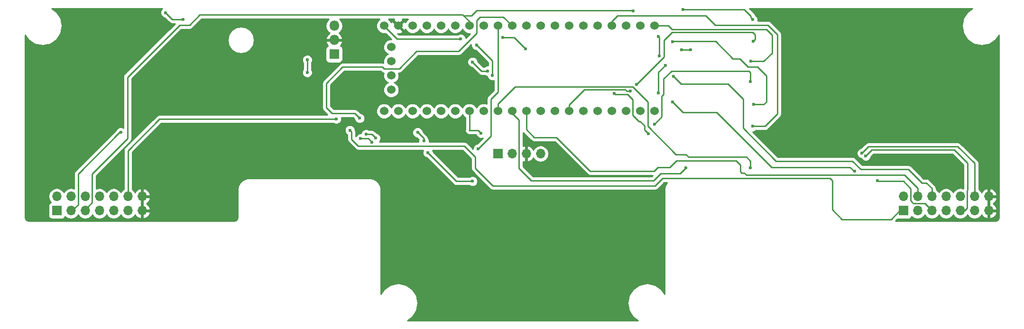
<source format=gbr>
G04 #@! TF.FileFunction,Copper,L2,Bot,Signal*
%FSLAX46Y46*%
G04 Gerber Fmt 4.6, Leading zero omitted, Abs format (unit mm)*
G04 Created by KiCad (PCBNEW 4.0.4-stable) date 12/22/17 17:35:48*
%MOMM*%
%LPD*%
G01*
G04 APERTURE LIST*
%ADD10C,0.100000*%
%ADD11R,1.700000X1.700000*%
%ADD12O,1.700000X1.700000*%
%ADD13C,1.524000*%
%ADD14R,1.800000X1.800000*%
%ADD15O,1.800000X1.800000*%
%ADD16C,0.600000*%
%ADD17C,0.250000*%
%ADD18C,0.254000*%
G04 APERTURE END LIST*
D10*
D11*
X64770000Y-73660000D03*
D12*
X64770000Y-71120000D03*
X67310000Y-73660000D03*
X67310000Y-71120000D03*
X69850000Y-73660000D03*
X69850000Y-71120000D03*
X72390000Y-73660000D03*
X72390000Y-71120000D03*
X74930000Y-73660000D03*
X74930000Y-71120000D03*
X77470000Y-73660000D03*
X77470000Y-71120000D03*
X80010000Y-73660000D03*
X80010000Y-71120000D03*
D11*
X215900000Y-73660000D03*
D12*
X215900000Y-71120000D03*
X218440000Y-73660000D03*
X218440000Y-71120000D03*
X220980000Y-73660000D03*
X220980000Y-71120000D03*
X223520000Y-73660000D03*
X223520000Y-71120000D03*
X226060000Y-73660000D03*
X226060000Y-71120000D03*
X228600000Y-73660000D03*
X228600000Y-71120000D03*
X231140000Y-73660000D03*
X231140000Y-71120000D03*
D11*
X143510000Y-63500000D03*
D12*
X146050000Y-63500000D03*
X148590000Y-63500000D03*
X151130000Y-63500000D03*
D13*
X123190000Y-55880000D03*
X125730000Y-55880000D03*
X128270000Y-55880000D03*
X130810000Y-55880000D03*
X133350000Y-55880000D03*
X135890000Y-55880000D03*
X138430000Y-55880000D03*
X140970000Y-55880000D03*
X143510000Y-55880000D03*
X146050000Y-55880000D03*
X148590000Y-55880000D03*
X151130000Y-55880000D03*
X153670000Y-55880000D03*
X156210000Y-55880000D03*
X158750000Y-55880000D03*
X161290000Y-55880000D03*
X163830000Y-55880000D03*
X166370000Y-55880000D03*
X168910000Y-55880000D03*
X171450000Y-55880000D03*
X123190000Y-40640000D03*
X125730000Y-40640000D03*
X128270000Y-40640000D03*
X130810000Y-40640000D03*
X133350000Y-40640000D03*
X135890000Y-40640000D03*
X138430000Y-40640000D03*
X140970000Y-40640000D03*
X143510000Y-40640000D03*
X146050000Y-40640000D03*
X148590000Y-40640000D03*
X151130000Y-40640000D03*
X153670000Y-40640000D03*
X156210000Y-40640000D03*
X158750000Y-40640000D03*
X161290000Y-40640000D03*
X163830000Y-40640000D03*
X166370000Y-40640000D03*
X168910000Y-40640000D03*
X171450000Y-40640000D03*
X124460000Y-52070000D03*
X124460000Y-49530000D03*
X124460000Y-46990000D03*
X124460000Y-44450000D03*
D14*
X114300000Y-45720000D03*
D15*
X114300000Y-43180000D03*
X114300000Y-40640000D03*
D16*
X117100000Y-59300000D03*
X109500000Y-49000000D03*
X109500000Y-46700000D03*
X87300000Y-39500000D03*
X84200000Y-38300000D03*
X142600000Y-50800000D03*
X136200000Y-50700000D03*
X111600000Y-46900000D03*
X111600000Y-48700000D03*
X189200000Y-54700000D03*
X174700000Y-43500000D03*
X139000000Y-68400000D03*
X131000000Y-63300000D03*
X130300000Y-61200000D03*
X129200000Y-59700000D03*
X76200000Y-59700000D03*
X120000000Y-60000000D03*
X121700000Y-60700000D03*
X211300000Y-68300000D03*
X207200000Y-66600000D03*
X174700000Y-54200000D03*
X172200000Y-52600000D03*
X173400000Y-47700000D03*
X172300000Y-46000000D03*
X172200000Y-42600000D03*
X167700000Y-38000000D03*
X174900000Y-49700000D03*
X141700000Y-48700000D03*
X139000000Y-47100000D03*
X177900000Y-44900000D03*
X176300000Y-44900000D03*
X148500000Y-44800000D03*
X144400000Y-42700000D03*
X119000000Y-60800000D03*
X121000000Y-61400000D03*
X114700000Y-57300000D03*
X209200000Y-63900000D03*
X208500000Y-63400000D03*
X140500000Y-59800000D03*
X136900000Y-43000000D03*
X139700000Y-44100000D03*
X142500000Y-49500000D03*
X140000000Y-62600000D03*
X118840000Y-57150000D03*
X188600000Y-66000000D03*
X177070000Y-66040000D03*
X176600000Y-37700000D03*
X189000000Y-39500000D03*
X189100000Y-43400000D03*
X168300000Y-51100000D03*
X167200000Y-52300000D03*
X188700000Y-47000000D03*
X164300000Y-52700000D03*
X170400000Y-59900000D03*
X171500000Y-58200000D03*
X188600000Y-50600000D03*
X189000000Y-58600000D03*
D17*
X213700000Y-75200000D02*
X215240000Y-73660000D01*
X204900000Y-75200000D02*
X213700000Y-75200000D01*
X203200000Y-73500000D02*
X204900000Y-75200000D01*
X203200000Y-68300000D02*
X203200000Y-73500000D01*
X202800000Y-67900000D02*
X203200000Y-68300000D01*
X172900000Y-67900000D02*
X202800000Y-67900000D01*
X171600000Y-69200000D02*
X172900000Y-67900000D01*
X142600000Y-69200000D02*
X171600000Y-69200000D01*
X139500000Y-66100000D02*
X142600000Y-69200000D01*
X139500000Y-64100000D02*
X139500000Y-66100000D01*
X137500000Y-62100000D02*
X139500000Y-64100000D01*
X118600000Y-62100000D02*
X137500000Y-62100000D01*
X117400000Y-60900000D02*
X118600000Y-62100000D01*
X117400000Y-59600000D02*
X117400000Y-60900000D01*
X117100000Y-59300000D02*
X117400000Y-59600000D01*
X215240000Y-73660000D02*
X215900000Y-73660000D01*
X109500000Y-46700000D02*
X109500000Y-49000000D01*
X85400000Y-39500000D02*
X87300000Y-39500000D01*
X84200000Y-38300000D02*
X85400000Y-39500000D01*
X136300000Y-50800000D02*
X142600000Y-50800000D01*
X136200000Y-50700000D02*
X136300000Y-50800000D01*
X111600000Y-46900000D02*
X111600000Y-48700000D01*
X191000000Y-54700000D02*
X189200000Y-54700000D01*
X191500000Y-54200000D02*
X191000000Y-54700000D01*
X191500000Y-49600000D02*
X191500000Y-54200000D01*
X189900000Y-48000000D02*
X191500000Y-49600000D01*
X188200000Y-48000000D02*
X189900000Y-48000000D01*
X186700000Y-46500000D02*
X188200000Y-48000000D01*
X185500000Y-46500000D02*
X186700000Y-46500000D01*
X182400000Y-43400000D02*
X185500000Y-46500000D01*
X174800000Y-43400000D02*
X182400000Y-43400000D01*
X174700000Y-43500000D02*
X174800000Y-43400000D01*
X136100000Y-68400000D02*
X139000000Y-68400000D01*
X131000000Y-63300000D02*
X136100000Y-68400000D01*
X130300000Y-60800000D02*
X130300000Y-61200000D01*
X129200000Y-59700000D02*
X130300000Y-60800000D01*
X67310000Y-73660000D02*
X67540000Y-73660000D01*
X67540000Y-73660000D02*
X68600000Y-72600000D01*
X68600000Y-72600000D02*
X68600000Y-67100000D01*
X68600000Y-67100000D02*
X76000000Y-59700000D01*
X76000000Y-59700000D02*
X76200000Y-59700000D01*
X120000000Y-60000000D02*
X121000000Y-60000000D01*
X121000000Y-60000000D02*
X121500000Y-60500000D01*
X121500000Y-60500000D02*
X121700000Y-60700000D01*
X137400000Y-38800000D02*
X138800000Y-38800000D01*
X219720000Y-72400000D02*
X220980000Y-73660000D01*
X217700000Y-72400000D02*
X219720000Y-72400000D01*
X217400000Y-72100000D02*
X217700000Y-72400000D01*
X217400000Y-72000000D02*
X217400000Y-72100000D01*
X217200000Y-71800000D02*
X217400000Y-72000000D01*
X217200000Y-69700000D02*
X217200000Y-71800000D01*
X215900000Y-68400000D02*
X217200000Y-69700000D01*
X211400000Y-68400000D02*
X215900000Y-68400000D01*
X211300000Y-68300000D02*
X211400000Y-68400000D01*
X207200000Y-66700000D02*
X207200000Y-66600000D01*
X206400000Y-65900000D02*
X207200000Y-66700000D01*
X192400000Y-65900000D02*
X206400000Y-65900000D01*
X182600000Y-56100000D02*
X192400000Y-65900000D01*
X176600000Y-56100000D02*
X182600000Y-56100000D01*
X174700000Y-54200000D02*
X176600000Y-56100000D01*
X172200000Y-48900000D02*
X172200000Y-52600000D01*
X173400000Y-47700000D02*
X172200000Y-48900000D01*
X172300000Y-42700000D02*
X172300000Y-46000000D01*
X172200000Y-42600000D02*
X172300000Y-42700000D01*
X167600000Y-37900000D02*
X167700000Y-38000000D01*
X139700000Y-37900000D02*
X167600000Y-37900000D01*
X138800000Y-38800000D02*
X139700000Y-37900000D01*
X69850000Y-73660000D02*
X69850000Y-73450000D01*
X69850000Y-73450000D02*
X71100000Y-72200000D01*
X71100000Y-72200000D02*
X71100000Y-67100000D01*
X71100000Y-67100000D02*
X77400000Y-60800000D01*
X77400000Y-60800000D02*
X77400000Y-49800000D01*
X77400000Y-49800000D02*
X86700000Y-40500000D01*
X86700000Y-40500000D02*
X88500000Y-40500000D01*
X88500000Y-40500000D02*
X90300000Y-38700000D01*
X90300000Y-38700000D02*
X137300000Y-38700000D01*
X137300000Y-38700000D02*
X137400000Y-38800000D01*
X137400000Y-38800000D02*
X138430000Y-39830000D01*
X138430000Y-39830000D02*
X138430000Y-40640000D01*
X220980000Y-69680000D02*
X220980000Y-71120000D01*
X220000000Y-68700000D02*
X220980000Y-69680000D01*
X219200000Y-68700000D02*
X220000000Y-68700000D01*
X216800000Y-66300000D02*
X219200000Y-68700000D01*
X208300000Y-66300000D02*
X216800000Y-66300000D01*
X206800000Y-64800000D02*
X208300000Y-66300000D01*
X193200000Y-64800000D02*
X206800000Y-64800000D01*
X187300000Y-58900000D02*
X193200000Y-64800000D01*
X187300000Y-53700000D02*
X187300000Y-58900000D01*
X184600000Y-51000000D02*
X187300000Y-53700000D01*
X176200000Y-51000000D02*
X184600000Y-51000000D01*
X174900000Y-49700000D02*
X176200000Y-51000000D01*
X140600000Y-48700000D02*
X141700000Y-48700000D01*
X139000000Y-47100000D02*
X140600000Y-48700000D01*
X177900000Y-44900000D02*
X176300000Y-44900000D01*
X148500000Y-44800000D02*
X146400000Y-42700000D01*
X146400000Y-42700000D02*
X144400000Y-42700000D01*
X120400000Y-60800000D02*
X119000000Y-60800000D01*
X121000000Y-61400000D02*
X120400000Y-60800000D01*
X77470000Y-71120000D02*
X77470000Y-62930000D01*
X83100000Y-57300000D02*
X114700000Y-57300000D01*
X77470000Y-62930000D02*
X83100000Y-57300000D01*
X148590000Y-55880000D02*
X148590000Y-59190000D01*
X218440000Y-69640000D02*
X218440000Y-71120000D01*
X216100000Y-67300000D02*
X218440000Y-69640000D01*
X187900000Y-67300000D02*
X216100000Y-67300000D01*
X187499996Y-66899996D02*
X187900000Y-67300000D01*
X187100000Y-66899996D02*
X187499996Y-66899996D01*
X186850002Y-66649998D02*
X187100000Y-66899996D01*
X186850002Y-65500000D02*
X186850002Y-66649998D01*
X186050002Y-64700000D02*
X186850002Y-65500000D01*
X175400000Y-64700000D02*
X186050002Y-64700000D01*
X174200000Y-65900000D02*
X175400000Y-64700000D01*
X172100000Y-65900000D02*
X174200000Y-65900000D01*
X171400000Y-66600000D02*
X172100000Y-65900000D01*
X160000000Y-66600000D02*
X171400000Y-66600000D01*
X154000000Y-60600000D02*
X160000000Y-66600000D01*
X150000000Y-60600000D02*
X154000000Y-60600000D01*
X148590000Y-59190000D02*
X150000000Y-60600000D01*
X227300000Y-73200000D02*
X226840000Y-73660000D01*
X227300000Y-70100000D02*
X227300000Y-73200000D01*
X227400000Y-70000000D02*
X227300000Y-70100000D01*
X227400000Y-65200000D02*
X227400000Y-70000000D01*
X225000000Y-62800000D02*
X227400000Y-65200000D01*
X210300000Y-62800000D02*
X225000000Y-62800000D01*
X209200000Y-63900000D02*
X210300000Y-62800000D01*
X226840000Y-73660000D02*
X226060000Y-73660000D01*
X208500000Y-63400000D02*
X209700000Y-62200000D01*
X209700000Y-62200000D02*
X225600000Y-62200000D01*
X225600000Y-62200000D02*
X228600000Y-65200000D01*
X228600000Y-65200000D02*
X228600000Y-71120000D01*
X138430000Y-59270000D02*
X138430000Y-55880000D01*
X138400000Y-59300000D02*
X138430000Y-59270000D01*
X140000000Y-59300000D02*
X138400000Y-59300000D01*
X140500000Y-59800000D02*
X140000000Y-59300000D01*
X123190000Y-40640000D02*
X123190000Y-40690000D01*
X123190000Y-40690000D02*
X125500000Y-43000000D01*
X125500000Y-43000000D02*
X136900000Y-43000000D01*
X139700000Y-44100000D02*
X142500000Y-46900000D01*
X142500000Y-46900000D02*
X142500000Y-49500000D01*
X143510000Y-52490000D02*
X143510000Y-40640000D01*
X142300000Y-53700000D02*
X143510000Y-52490000D01*
X142300000Y-56600000D02*
X142300000Y-53700000D01*
X142300000Y-60300000D02*
X142300000Y-56600000D01*
X140000000Y-62600000D02*
X142300000Y-60300000D01*
X146050000Y-40640000D02*
X144510000Y-39100000D01*
X140300000Y-39100000D02*
X144510000Y-39100000D01*
X139700000Y-39700000D02*
X140300000Y-39100000D01*
X139700000Y-42000000D02*
X139700000Y-39700000D01*
X136500000Y-45200000D02*
X139700000Y-42000000D01*
X129000000Y-45200000D02*
X136500000Y-45200000D01*
X125900000Y-48300000D02*
X129000000Y-45200000D01*
X123200000Y-48300000D02*
X125900000Y-48300000D01*
X122900000Y-48000000D02*
X123200000Y-48300000D01*
X115800000Y-48000000D02*
X122900000Y-48000000D01*
X112900000Y-50900000D02*
X115800000Y-48000000D01*
X112900000Y-55300000D02*
X112900000Y-50900000D01*
X113900000Y-56300000D02*
X112900000Y-55300000D01*
X117990000Y-56300000D02*
X113900000Y-56300000D01*
X117990000Y-56300000D02*
X118840000Y-57150000D01*
X143510000Y-55880000D02*
X143510000Y-54590000D01*
X188600000Y-64800000D02*
X188600000Y-66000000D01*
X187900000Y-64100000D02*
X188600000Y-64800000D01*
X177600000Y-64100000D02*
X187900000Y-64100000D01*
X177100000Y-63600000D02*
X177600000Y-64100000D01*
X175300000Y-63600000D02*
X177100000Y-63600000D01*
X170300000Y-58600000D02*
X175300000Y-63600000D01*
X170300000Y-54200000D02*
X170300000Y-58600000D01*
X167600000Y-51500000D02*
X170300000Y-54200000D01*
X146600000Y-51500000D02*
X167600000Y-51500000D01*
X143510000Y-54590000D02*
X146600000Y-51500000D01*
X146050000Y-56250000D02*
X147300000Y-57500000D01*
X147300000Y-61900000D02*
X147300000Y-57500000D01*
X147300000Y-66100000D02*
X147300000Y-61900000D01*
X149500000Y-68300000D02*
X147300000Y-66100000D01*
X171300000Y-68300000D02*
X149500000Y-68300000D01*
X172590000Y-67010000D02*
X171300000Y-68300000D01*
X176100000Y-67010000D02*
X172590000Y-67010000D01*
X176100000Y-67010000D02*
X177070000Y-66040000D01*
X146050000Y-56250000D02*
X146050000Y-55880000D01*
X176600000Y-37700000D02*
X187500000Y-37700000D01*
X187500000Y-37700000D02*
X188700000Y-38900000D01*
X188700000Y-38900000D02*
X188700000Y-39200000D01*
X188700000Y-39200000D02*
X189000000Y-39500000D01*
X156210000Y-55880000D02*
X156210000Y-54790000D01*
X189400000Y-43100000D02*
X189100000Y-43400000D01*
X189400000Y-42200000D02*
X189400000Y-43100000D01*
X189000000Y-41800000D02*
X189400000Y-42200000D01*
X174600000Y-41800000D02*
X189000000Y-41800000D01*
X173200000Y-43200000D02*
X174600000Y-41800000D01*
X173200000Y-46200000D02*
X173200000Y-43200000D01*
X168300000Y-51100000D02*
X173200000Y-46200000D01*
X166550002Y-52300000D02*
X167200000Y-52300000D01*
X166250002Y-52000000D02*
X166550002Y-52300000D01*
X159000000Y-52000000D02*
X166250002Y-52000000D01*
X156210000Y-54790000D02*
X159000000Y-52000000D01*
X171450000Y-40640000D02*
X173940000Y-40640000D01*
X191000000Y-47000000D02*
X188700000Y-47000000D01*
X192500000Y-45500000D02*
X191000000Y-47000000D01*
X192500000Y-42300000D02*
X192500000Y-45500000D01*
X191500000Y-41300000D02*
X192500000Y-42300000D01*
X186200000Y-41300000D02*
X191500000Y-41300000D01*
X174600000Y-41300000D02*
X186200000Y-41300000D01*
X173940000Y-40640000D02*
X174600000Y-41300000D01*
X164300000Y-52700000D02*
X164500000Y-52900000D01*
X164500000Y-52900000D02*
X166700000Y-52900000D01*
X166700000Y-52900000D02*
X167600000Y-53800000D01*
X167600000Y-53800000D02*
X167600000Y-56600000D01*
X167600000Y-56600000D02*
X168700000Y-57700000D01*
X168700000Y-57700000D02*
X168900000Y-57700000D01*
X168900000Y-57700000D02*
X169700000Y-58500000D01*
X169700000Y-58500000D02*
X169700000Y-59200000D01*
X169700000Y-59200000D02*
X170400000Y-59900000D01*
X171500000Y-58200000D02*
X172800000Y-56900000D01*
X172800000Y-56900000D02*
X172800000Y-53200000D01*
X172800000Y-53200000D02*
X173100000Y-52900000D01*
X173100000Y-52900000D02*
X173100000Y-50100000D01*
X173100000Y-50100000D02*
X174500000Y-48700000D01*
X174500000Y-48700000D02*
X188300000Y-48700000D01*
X188300000Y-48700000D02*
X188600000Y-49000000D01*
X188600000Y-49000000D02*
X188600000Y-50600000D01*
X163830000Y-40640000D02*
X163830000Y-39870000D01*
X191200000Y-58600000D02*
X189000000Y-58600000D01*
X193400000Y-56400000D02*
X191200000Y-58600000D01*
X193400000Y-42200000D02*
X193400000Y-56400000D01*
X191700000Y-40500000D02*
X193400000Y-42200000D01*
X182300000Y-40500000D02*
X191700000Y-40500000D01*
X180600000Y-38800000D02*
X182300000Y-40500000D01*
X164900000Y-38800000D02*
X180600000Y-38800000D01*
X163830000Y-39870000D02*
X164900000Y-38800000D01*
D18*
G36*
X83407808Y-37769673D02*
X83265162Y-38113201D01*
X83264838Y-38485167D01*
X83406883Y-38828943D01*
X83669673Y-39092192D01*
X84013201Y-39234838D01*
X84060077Y-39234879D01*
X84862599Y-40037401D01*
X85109160Y-40202148D01*
X85400000Y-40260000D01*
X85865198Y-40260000D01*
X76862599Y-49262599D01*
X76697852Y-49509161D01*
X76640000Y-49800000D01*
X76640000Y-58870301D01*
X76386799Y-58765162D01*
X76014833Y-58764838D01*
X75671057Y-58906883D01*
X75407808Y-59169673D01*
X75373924Y-59251274D01*
X68062599Y-66562599D01*
X67897852Y-66809161D01*
X67840000Y-67100000D01*
X67840000Y-69711331D01*
X67310000Y-69605907D01*
X66741715Y-69718946D01*
X66259946Y-70040853D01*
X66040000Y-70370026D01*
X65820054Y-70040853D01*
X65338285Y-69718946D01*
X64770000Y-69605907D01*
X64201715Y-69718946D01*
X63719946Y-70040853D01*
X63398039Y-70522622D01*
X63285000Y-71090907D01*
X63285000Y-71149093D01*
X63398039Y-71717378D01*
X63719946Y-72199147D01*
X63721179Y-72199971D01*
X63684683Y-72206838D01*
X63468559Y-72345910D01*
X63323569Y-72558110D01*
X63272560Y-72810000D01*
X63272560Y-74510000D01*
X63316838Y-74745317D01*
X63455910Y-74961441D01*
X63668110Y-75106431D01*
X63920000Y-75157440D01*
X65620000Y-75157440D01*
X65855317Y-75113162D01*
X66071441Y-74974090D01*
X66216431Y-74761890D01*
X66230086Y-74694459D01*
X66259946Y-74739147D01*
X66741715Y-75061054D01*
X67310000Y-75174093D01*
X67878285Y-75061054D01*
X68360054Y-74739147D01*
X68580000Y-74409974D01*
X68799946Y-74739147D01*
X69281715Y-75061054D01*
X69850000Y-75174093D01*
X70418285Y-75061054D01*
X70900054Y-74739147D01*
X71120000Y-74409974D01*
X71339946Y-74739147D01*
X71821715Y-75061054D01*
X72390000Y-75174093D01*
X72958285Y-75061054D01*
X73440054Y-74739147D01*
X73660000Y-74409974D01*
X73879946Y-74739147D01*
X74361715Y-75061054D01*
X74930000Y-75174093D01*
X75498285Y-75061054D01*
X75980054Y-74739147D01*
X76200000Y-74409974D01*
X76419946Y-74739147D01*
X76901715Y-75061054D01*
X77470000Y-75174093D01*
X78038285Y-75061054D01*
X78520054Y-74739147D01*
X78747702Y-74398447D01*
X78814817Y-74541358D01*
X79243076Y-74931645D01*
X79653110Y-75101476D01*
X79883000Y-74980155D01*
X79883000Y-73787000D01*
X80137000Y-73787000D01*
X80137000Y-74980155D01*
X80366890Y-75101476D01*
X80776924Y-74931645D01*
X81205183Y-74541358D01*
X81451486Y-74016892D01*
X81330819Y-73787000D01*
X80137000Y-73787000D01*
X79883000Y-73787000D01*
X79863000Y-73787000D01*
X79863000Y-73533000D01*
X79883000Y-73533000D01*
X79883000Y-71247000D01*
X80137000Y-71247000D01*
X80137000Y-73533000D01*
X81330819Y-73533000D01*
X81451486Y-73303108D01*
X81205183Y-72778642D01*
X80778729Y-72390000D01*
X81205183Y-72001358D01*
X81451486Y-71476892D01*
X81330819Y-71247000D01*
X80137000Y-71247000D01*
X79883000Y-71247000D01*
X79863000Y-71247000D01*
X79863000Y-70993000D01*
X79883000Y-70993000D01*
X79883000Y-69799845D01*
X80137000Y-69799845D01*
X80137000Y-70993000D01*
X81330819Y-70993000D01*
X81451486Y-70763108D01*
X81205183Y-70238642D01*
X80776924Y-69848355D01*
X80366890Y-69678524D01*
X80137000Y-69799845D01*
X79883000Y-69799845D01*
X79653110Y-69678524D01*
X79243076Y-69848355D01*
X78814817Y-70238642D01*
X78747702Y-70381553D01*
X78520054Y-70040853D01*
X78230000Y-69847046D01*
X78230000Y-63244802D01*
X83414802Y-58060000D01*
X114137537Y-58060000D01*
X114169673Y-58092192D01*
X114513201Y-58234838D01*
X114885167Y-58235162D01*
X115228943Y-58093117D01*
X115492192Y-57830327D01*
X115634838Y-57486799D01*
X115635162Y-57114833D01*
X115612506Y-57060000D01*
X117675198Y-57060000D01*
X117904878Y-57289680D01*
X117904838Y-57335167D01*
X118046883Y-57678943D01*
X118309673Y-57942192D01*
X118653201Y-58084838D01*
X119025167Y-58085162D01*
X119368943Y-57943117D01*
X119632192Y-57680327D01*
X119774838Y-57336799D01*
X119775162Y-56964833D01*
X119633117Y-56621057D01*
X119370327Y-56357808D01*
X119026799Y-56215162D01*
X118979923Y-56215121D01*
X118527401Y-55762599D01*
X118280839Y-55597852D01*
X117990000Y-55540000D01*
X114214802Y-55540000D01*
X113660000Y-54985198D01*
X113660000Y-51214802D01*
X116114802Y-48760000D01*
X122585198Y-48760000D01*
X122662599Y-48837401D01*
X122909161Y-49002148D01*
X123146898Y-49049437D01*
X123063243Y-49250900D01*
X123062758Y-49806661D01*
X123274990Y-50320303D01*
X123667630Y-50713629D01*
X123875512Y-50799949D01*
X123669697Y-50884990D01*
X123276371Y-51277630D01*
X123063243Y-51790900D01*
X123062758Y-52346661D01*
X123274990Y-52860303D01*
X123667630Y-53253629D01*
X124180900Y-53466757D01*
X124736661Y-53467242D01*
X125250303Y-53255010D01*
X125643629Y-52862370D01*
X125856757Y-52349100D01*
X125857242Y-51793339D01*
X125645010Y-51279697D01*
X125252370Y-50886371D01*
X125044488Y-50800051D01*
X125250303Y-50715010D01*
X125643629Y-50322370D01*
X125856757Y-49809100D01*
X125857242Y-49253339D01*
X125777356Y-49060000D01*
X125900000Y-49060000D01*
X126190839Y-49002148D01*
X126437401Y-48837401D01*
X129314802Y-45960000D01*
X136500000Y-45960000D01*
X136790839Y-45902148D01*
X137037401Y-45737401D01*
X138765078Y-44009724D01*
X138764838Y-44285167D01*
X138906883Y-44628943D01*
X139169673Y-44892192D01*
X139513201Y-45034838D01*
X139560077Y-45034879D01*
X141740000Y-47214802D01*
X141740000Y-47765034D01*
X141514833Y-47764838D01*
X141171057Y-47906883D01*
X141137882Y-47940000D01*
X140914802Y-47940000D01*
X139935122Y-46960320D01*
X139935162Y-46914833D01*
X139793117Y-46571057D01*
X139530327Y-46307808D01*
X139186799Y-46165162D01*
X138814833Y-46164838D01*
X138471057Y-46306883D01*
X138207808Y-46569673D01*
X138065162Y-46913201D01*
X138064838Y-47285167D01*
X138206883Y-47628943D01*
X138469673Y-47892192D01*
X138813201Y-48034838D01*
X138860077Y-48034879D01*
X140062599Y-49237401D01*
X140309161Y-49402148D01*
X140600000Y-49460000D01*
X141137537Y-49460000D01*
X141169673Y-49492192D01*
X141513201Y-49634838D01*
X141564882Y-49634883D01*
X141564838Y-49685167D01*
X141706883Y-50028943D01*
X141969673Y-50292192D01*
X142313201Y-50434838D01*
X142685167Y-50435162D01*
X142750000Y-50408374D01*
X142750000Y-52175198D01*
X141762599Y-53162599D01*
X141597852Y-53409161D01*
X141540000Y-53700000D01*
X141540000Y-54604035D01*
X141249100Y-54483243D01*
X140693339Y-54482758D01*
X140179697Y-54694990D01*
X139786371Y-55087630D01*
X139700051Y-55295512D01*
X139615010Y-55089697D01*
X139222370Y-54696371D01*
X138709100Y-54483243D01*
X138153339Y-54482758D01*
X137639697Y-54694990D01*
X137246371Y-55087630D01*
X137160051Y-55295512D01*
X137075010Y-55089697D01*
X136682370Y-54696371D01*
X136169100Y-54483243D01*
X135613339Y-54482758D01*
X135099697Y-54694990D01*
X134706371Y-55087630D01*
X134620051Y-55295512D01*
X134535010Y-55089697D01*
X134142370Y-54696371D01*
X133629100Y-54483243D01*
X133073339Y-54482758D01*
X132559697Y-54694990D01*
X132166371Y-55087630D01*
X132080051Y-55295512D01*
X131995010Y-55089697D01*
X131602370Y-54696371D01*
X131089100Y-54483243D01*
X130533339Y-54482758D01*
X130019697Y-54694990D01*
X129626371Y-55087630D01*
X129540051Y-55295512D01*
X129455010Y-55089697D01*
X129062370Y-54696371D01*
X128549100Y-54483243D01*
X127993339Y-54482758D01*
X127479697Y-54694990D01*
X127086371Y-55087630D01*
X127000051Y-55295512D01*
X126915010Y-55089697D01*
X126522370Y-54696371D01*
X126009100Y-54483243D01*
X125453339Y-54482758D01*
X124939697Y-54694990D01*
X124546371Y-55087630D01*
X124460051Y-55295512D01*
X124375010Y-55089697D01*
X123982370Y-54696371D01*
X123469100Y-54483243D01*
X122913339Y-54482758D01*
X122399697Y-54694990D01*
X122006371Y-55087630D01*
X121793243Y-55600900D01*
X121792758Y-56156661D01*
X122004990Y-56670303D01*
X122397630Y-57063629D01*
X122910900Y-57276757D01*
X123466661Y-57277242D01*
X123980303Y-57065010D01*
X124373629Y-56672370D01*
X124459949Y-56464488D01*
X124544990Y-56670303D01*
X124937630Y-57063629D01*
X125450900Y-57276757D01*
X126006661Y-57277242D01*
X126520303Y-57065010D01*
X126913629Y-56672370D01*
X126999949Y-56464488D01*
X127084990Y-56670303D01*
X127477630Y-57063629D01*
X127990900Y-57276757D01*
X128546661Y-57277242D01*
X129060303Y-57065010D01*
X129453629Y-56672370D01*
X129539949Y-56464488D01*
X129624990Y-56670303D01*
X130017630Y-57063629D01*
X130530900Y-57276757D01*
X131086661Y-57277242D01*
X131600303Y-57065010D01*
X131993629Y-56672370D01*
X132079949Y-56464488D01*
X132164990Y-56670303D01*
X132557630Y-57063629D01*
X133070900Y-57276757D01*
X133626661Y-57277242D01*
X134140303Y-57065010D01*
X134533629Y-56672370D01*
X134619949Y-56464488D01*
X134704990Y-56670303D01*
X135097630Y-57063629D01*
X135610900Y-57276757D01*
X136166661Y-57277242D01*
X136680303Y-57065010D01*
X137073629Y-56672370D01*
X137159949Y-56464488D01*
X137244990Y-56670303D01*
X137637630Y-57063629D01*
X137670000Y-57077070D01*
X137670000Y-59149181D01*
X137640000Y-59300000D01*
X137697852Y-59590839D01*
X137862599Y-59837401D01*
X138109161Y-60002148D01*
X138400000Y-60060000D01*
X139595758Y-60060000D01*
X139706883Y-60328943D01*
X139969673Y-60592192D01*
X140313201Y-60734838D01*
X140685167Y-60735162D01*
X140863877Y-60661321D01*
X139860320Y-61664878D01*
X139814833Y-61664838D01*
X139471057Y-61806883D01*
X139207808Y-62069673D01*
X139065162Y-62413201D01*
X139065008Y-62590206D01*
X138037401Y-61562599D01*
X137790839Y-61397852D01*
X137500000Y-61340000D01*
X131234879Y-61340000D01*
X131235162Y-61014833D01*
X131093117Y-60671057D01*
X131019728Y-60597540D01*
X131002148Y-60509161D01*
X130837401Y-60262599D01*
X130135122Y-59560320D01*
X130135162Y-59514833D01*
X129993117Y-59171057D01*
X129730327Y-58907808D01*
X129386799Y-58765162D01*
X129014833Y-58764838D01*
X128671057Y-58906883D01*
X128407808Y-59169673D01*
X128265162Y-59513201D01*
X128264838Y-59885167D01*
X128406883Y-60228943D01*
X128669673Y-60492192D01*
X129013201Y-60634838D01*
X129060077Y-60634879D01*
X129386650Y-60961452D01*
X129365162Y-61013201D01*
X129364877Y-61340000D01*
X122382327Y-61340000D01*
X122492192Y-61230327D01*
X122634838Y-60886799D01*
X122635162Y-60514833D01*
X122493117Y-60171057D01*
X122230327Y-59907808D01*
X121886799Y-59765162D01*
X121839923Y-59765121D01*
X121537401Y-59462599D01*
X121290839Y-59297852D01*
X121000000Y-59240000D01*
X120562463Y-59240000D01*
X120530327Y-59207808D01*
X120186799Y-59065162D01*
X119814833Y-59064838D01*
X119471057Y-59206883D01*
X119207808Y-59469673D01*
X119065162Y-59813201D01*
X119065117Y-59865056D01*
X118814833Y-59864838D01*
X118471057Y-60006883D01*
X118207808Y-60269673D01*
X118160000Y-60384807D01*
X118160000Y-59600000D01*
X118102148Y-59309161D01*
X118035080Y-59208787D01*
X118035162Y-59114833D01*
X117893117Y-58771057D01*
X117630327Y-58507808D01*
X117286799Y-58365162D01*
X116914833Y-58364838D01*
X116571057Y-58506883D01*
X116307808Y-58769673D01*
X116165162Y-59113201D01*
X116164838Y-59485167D01*
X116306883Y-59828943D01*
X116569673Y-60092192D01*
X116640000Y-60121394D01*
X116640000Y-60900000D01*
X116697852Y-61190839D01*
X116862599Y-61437401D01*
X118062599Y-62637401D01*
X118309160Y-62802148D01*
X118600000Y-62860000D01*
X130170301Y-62860000D01*
X130065162Y-63113201D01*
X130064838Y-63485167D01*
X130206883Y-63828943D01*
X130469673Y-64092192D01*
X130813201Y-64234838D01*
X130860077Y-64234879D01*
X135562599Y-68937401D01*
X135809160Y-69102148D01*
X136100000Y-69160000D01*
X138437537Y-69160000D01*
X138469673Y-69192192D01*
X138813201Y-69334838D01*
X139185167Y-69335162D01*
X139528943Y-69193117D01*
X139792192Y-68930327D01*
X139934838Y-68586799D01*
X139935162Y-68214833D01*
X139793117Y-67871057D01*
X139530327Y-67607808D01*
X139186799Y-67465162D01*
X138814833Y-67464838D01*
X138471057Y-67606883D01*
X138437882Y-67640000D01*
X136414802Y-67640000D01*
X131935122Y-63160320D01*
X131935162Y-63114833D01*
X131829867Y-62860000D01*
X137185198Y-62860000D01*
X138740000Y-64414802D01*
X138740000Y-66100000D01*
X138797852Y-66390839D01*
X138962599Y-66637401D01*
X142062599Y-69737401D01*
X142309161Y-69902148D01*
X142600000Y-69960000D01*
X171600000Y-69960000D01*
X171890839Y-69902148D01*
X172137401Y-69737401D01*
X173214802Y-68660000D01*
X173703155Y-68660000D01*
X173496329Y-68969538D01*
X173482822Y-69002148D01*
X173390315Y-69225478D01*
X173293642Y-69711486D01*
X173293642Y-69781416D01*
X173280000Y-69850000D01*
X173280000Y-88542768D01*
X172690092Y-87659908D01*
X171538452Y-86890407D01*
X170180000Y-86620194D01*
X168821548Y-86890407D01*
X167669908Y-87659908D01*
X166900407Y-88811548D01*
X166630194Y-90170000D01*
X166900407Y-91528452D01*
X167669908Y-92680092D01*
X168552768Y-93270000D01*
X127357232Y-93270000D01*
X128240092Y-92680092D01*
X129009593Y-91528452D01*
X129279806Y-90170000D01*
X129009593Y-88811548D01*
X128240092Y-87659908D01*
X127088452Y-86890407D01*
X125730000Y-86620194D01*
X124371548Y-86890407D01*
X123219908Y-87659908D01*
X122630000Y-88542768D01*
X122630000Y-69850000D01*
X122616357Y-69781413D01*
X122616357Y-69711485D01*
X122519685Y-69225478D01*
X122463770Y-69090488D01*
X122413671Y-68969537D01*
X122138370Y-68557520D01*
X121942480Y-68361630D01*
X121530462Y-68086329D01*
X121424448Y-68042417D01*
X121274522Y-67980315D01*
X120788514Y-67883642D01*
X120718584Y-67883642D01*
X120650000Y-67870000D01*
X99060000Y-67870000D01*
X98991413Y-67883643D01*
X98921485Y-67883643D01*
X98435478Y-67980315D01*
X98307508Y-68033322D01*
X98179537Y-68086329D01*
X97767520Y-68361630D01*
X97571630Y-68557520D01*
X97296329Y-68969538D01*
X97282822Y-69002148D01*
X97190315Y-69225478D01*
X97093642Y-69711486D01*
X97093642Y-69781416D01*
X97080000Y-69850000D01*
X97080000Y-74860069D01*
X97024521Y-75138981D01*
X96906145Y-75316144D01*
X96728979Y-75434522D01*
X96450070Y-75490000D01*
X59759931Y-75490000D01*
X59481019Y-75434521D01*
X59303856Y-75316145D01*
X59185478Y-75138979D01*
X59130000Y-74860070D01*
X59130000Y-42267232D01*
X59719908Y-43150092D01*
X60871548Y-43919593D01*
X62230000Y-44189806D01*
X63588452Y-43919593D01*
X64740092Y-43150092D01*
X65509593Y-41998452D01*
X65779806Y-40640000D01*
X65509593Y-39281548D01*
X64740092Y-38129908D01*
X63857232Y-37540000D01*
X83637882Y-37540000D01*
X83407808Y-37769673D01*
X83407808Y-37769673D01*
G37*
X83407808Y-37769673D02*
X83265162Y-38113201D01*
X83264838Y-38485167D01*
X83406883Y-38828943D01*
X83669673Y-39092192D01*
X84013201Y-39234838D01*
X84060077Y-39234879D01*
X84862599Y-40037401D01*
X85109160Y-40202148D01*
X85400000Y-40260000D01*
X85865198Y-40260000D01*
X76862599Y-49262599D01*
X76697852Y-49509161D01*
X76640000Y-49800000D01*
X76640000Y-58870301D01*
X76386799Y-58765162D01*
X76014833Y-58764838D01*
X75671057Y-58906883D01*
X75407808Y-59169673D01*
X75373924Y-59251274D01*
X68062599Y-66562599D01*
X67897852Y-66809161D01*
X67840000Y-67100000D01*
X67840000Y-69711331D01*
X67310000Y-69605907D01*
X66741715Y-69718946D01*
X66259946Y-70040853D01*
X66040000Y-70370026D01*
X65820054Y-70040853D01*
X65338285Y-69718946D01*
X64770000Y-69605907D01*
X64201715Y-69718946D01*
X63719946Y-70040853D01*
X63398039Y-70522622D01*
X63285000Y-71090907D01*
X63285000Y-71149093D01*
X63398039Y-71717378D01*
X63719946Y-72199147D01*
X63721179Y-72199971D01*
X63684683Y-72206838D01*
X63468559Y-72345910D01*
X63323569Y-72558110D01*
X63272560Y-72810000D01*
X63272560Y-74510000D01*
X63316838Y-74745317D01*
X63455910Y-74961441D01*
X63668110Y-75106431D01*
X63920000Y-75157440D01*
X65620000Y-75157440D01*
X65855317Y-75113162D01*
X66071441Y-74974090D01*
X66216431Y-74761890D01*
X66230086Y-74694459D01*
X66259946Y-74739147D01*
X66741715Y-75061054D01*
X67310000Y-75174093D01*
X67878285Y-75061054D01*
X68360054Y-74739147D01*
X68580000Y-74409974D01*
X68799946Y-74739147D01*
X69281715Y-75061054D01*
X69850000Y-75174093D01*
X70418285Y-75061054D01*
X70900054Y-74739147D01*
X71120000Y-74409974D01*
X71339946Y-74739147D01*
X71821715Y-75061054D01*
X72390000Y-75174093D01*
X72958285Y-75061054D01*
X73440054Y-74739147D01*
X73660000Y-74409974D01*
X73879946Y-74739147D01*
X74361715Y-75061054D01*
X74930000Y-75174093D01*
X75498285Y-75061054D01*
X75980054Y-74739147D01*
X76200000Y-74409974D01*
X76419946Y-74739147D01*
X76901715Y-75061054D01*
X77470000Y-75174093D01*
X78038285Y-75061054D01*
X78520054Y-74739147D01*
X78747702Y-74398447D01*
X78814817Y-74541358D01*
X79243076Y-74931645D01*
X79653110Y-75101476D01*
X79883000Y-74980155D01*
X79883000Y-73787000D01*
X80137000Y-73787000D01*
X80137000Y-74980155D01*
X80366890Y-75101476D01*
X80776924Y-74931645D01*
X81205183Y-74541358D01*
X81451486Y-74016892D01*
X81330819Y-73787000D01*
X80137000Y-73787000D01*
X79883000Y-73787000D01*
X79863000Y-73787000D01*
X79863000Y-73533000D01*
X79883000Y-73533000D01*
X79883000Y-71247000D01*
X80137000Y-71247000D01*
X80137000Y-73533000D01*
X81330819Y-73533000D01*
X81451486Y-73303108D01*
X81205183Y-72778642D01*
X80778729Y-72390000D01*
X81205183Y-72001358D01*
X81451486Y-71476892D01*
X81330819Y-71247000D01*
X80137000Y-71247000D01*
X79883000Y-71247000D01*
X79863000Y-71247000D01*
X79863000Y-70993000D01*
X79883000Y-70993000D01*
X79883000Y-69799845D01*
X80137000Y-69799845D01*
X80137000Y-70993000D01*
X81330819Y-70993000D01*
X81451486Y-70763108D01*
X81205183Y-70238642D01*
X80776924Y-69848355D01*
X80366890Y-69678524D01*
X80137000Y-69799845D01*
X79883000Y-69799845D01*
X79653110Y-69678524D01*
X79243076Y-69848355D01*
X78814817Y-70238642D01*
X78747702Y-70381553D01*
X78520054Y-70040853D01*
X78230000Y-69847046D01*
X78230000Y-63244802D01*
X83414802Y-58060000D01*
X114137537Y-58060000D01*
X114169673Y-58092192D01*
X114513201Y-58234838D01*
X114885167Y-58235162D01*
X115228943Y-58093117D01*
X115492192Y-57830327D01*
X115634838Y-57486799D01*
X115635162Y-57114833D01*
X115612506Y-57060000D01*
X117675198Y-57060000D01*
X117904878Y-57289680D01*
X117904838Y-57335167D01*
X118046883Y-57678943D01*
X118309673Y-57942192D01*
X118653201Y-58084838D01*
X119025167Y-58085162D01*
X119368943Y-57943117D01*
X119632192Y-57680327D01*
X119774838Y-57336799D01*
X119775162Y-56964833D01*
X119633117Y-56621057D01*
X119370327Y-56357808D01*
X119026799Y-56215162D01*
X118979923Y-56215121D01*
X118527401Y-55762599D01*
X118280839Y-55597852D01*
X117990000Y-55540000D01*
X114214802Y-55540000D01*
X113660000Y-54985198D01*
X113660000Y-51214802D01*
X116114802Y-48760000D01*
X122585198Y-48760000D01*
X122662599Y-48837401D01*
X122909161Y-49002148D01*
X123146898Y-49049437D01*
X123063243Y-49250900D01*
X123062758Y-49806661D01*
X123274990Y-50320303D01*
X123667630Y-50713629D01*
X123875512Y-50799949D01*
X123669697Y-50884990D01*
X123276371Y-51277630D01*
X123063243Y-51790900D01*
X123062758Y-52346661D01*
X123274990Y-52860303D01*
X123667630Y-53253629D01*
X124180900Y-53466757D01*
X124736661Y-53467242D01*
X125250303Y-53255010D01*
X125643629Y-52862370D01*
X125856757Y-52349100D01*
X125857242Y-51793339D01*
X125645010Y-51279697D01*
X125252370Y-50886371D01*
X125044488Y-50800051D01*
X125250303Y-50715010D01*
X125643629Y-50322370D01*
X125856757Y-49809100D01*
X125857242Y-49253339D01*
X125777356Y-49060000D01*
X125900000Y-49060000D01*
X126190839Y-49002148D01*
X126437401Y-48837401D01*
X129314802Y-45960000D01*
X136500000Y-45960000D01*
X136790839Y-45902148D01*
X137037401Y-45737401D01*
X138765078Y-44009724D01*
X138764838Y-44285167D01*
X138906883Y-44628943D01*
X139169673Y-44892192D01*
X139513201Y-45034838D01*
X139560077Y-45034879D01*
X141740000Y-47214802D01*
X141740000Y-47765034D01*
X141514833Y-47764838D01*
X141171057Y-47906883D01*
X141137882Y-47940000D01*
X140914802Y-47940000D01*
X139935122Y-46960320D01*
X139935162Y-46914833D01*
X139793117Y-46571057D01*
X139530327Y-46307808D01*
X139186799Y-46165162D01*
X138814833Y-46164838D01*
X138471057Y-46306883D01*
X138207808Y-46569673D01*
X138065162Y-46913201D01*
X138064838Y-47285167D01*
X138206883Y-47628943D01*
X138469673Y-47892192D01*
X138813201Y-48034838D01*
X138860077Y-48034879D01*
X140062599Y-49237401D01*
X140309161Y-49402148D01*
X140600000Y-49460000D01*
X141137537Y-49460000D01*
X141169673Y-49492192D01*
X141513201Y-49634838D01*
X141564882Y-49634883D01*
X141564838Y-49685167D01*
X141706883Y-50028943D01*
X141969673Y-50292192D01*
X142313201Y-50434838D01*
X142685167Y-50435162D01*
X142750000Y-50408374D01*
X142750000Y-52175198D01*
X141762599Y-53162599D01*
X141597852Y-53409161D01*
X141540000Y-53700000D01*
X141540000Y-54604035D01*
X141249100Y-54483243D01*
X140693339Y-54482758D01*
X140179697Y-54694990D01*
X139786371Y-55087630D01*
X139700051Y-55295512D01*
X139615010Y-55089697D01*
X139222370Y-54696371D01*
X138709100Y-54483243D01*
X138153339Y-54482758D01*
X137639697Y-54694990D01*
X137246371Y-55087630D01*
X137160051Y-55295512D01*
X137075010Y-55089697D01*
X136682370Y-54696371D01*
X136169100Y-54483243D01*
X135613339Y-54482758D01*
X135099697Y-54694990D01*
X134706371Y-55087630D01*
X134620051Y-55295512D01*
X134535010Y-55089697D01*
X134142370Y-54696371D01*
X133629100Y-54483243D01*
X133073339Y-54482758D01*
X132559697Y-54694990D01*
X132166371Y-55087630D01*
X132080051Y-55295512D01*
X131995010Y-55089697D01*
X131602370Y-54696371D01*
X131089100Y-54483243D01*
X130533339Y-54482758D01*
X130019697Y-54694990D01*
X129626371Y-55087630D01*
X129540051Y-55295512D01*
X129455010Y-55089697D01*
X129062370Y-54696371D01*
X128549100Y-54483243D01*
X127993339Y-54482758D01*
X127479697Y-54694990D01*
X127086371Y-55087630D01*
X127000051Y-55295512D01*
X126915010Y-55089697D01*
X126522370Y-54696371D01*
X126009100Y-54483243D01*
X125453339Y-54482758D01*
X124939697Y-54694990D01*
X124546371Y-55087630D01*
X124460051Y-55295512D01*
X124375010Y-55089697D01*
X123982370Y-54696371D01*
X123469100Y-54483243D01*
X122913339Y-54482758D01*
X122399697Y-54694990D01*
X122006371Y-55087630D01*
X121793243Y-55600900D01*
X121792758Y-56156661D01*
X122004990Y-56670303D01*
X122397630Y-57063629D01*
X122910900Y-57276757D01*
X123466661Y-57277242D01*
X123980303Y-57065010D01*
X124373629Y-56672370D01*
X124459949Y-56464488D01*
X124544990Y-56670303D01*
X124937630Y-57063629D01*
X125450900Y-57276757D01*
X126006661Y-57277242D01*
X126520303Y-57065010D01*
X126913629Y-56672370D01*
X126999949Y-56464488D01*
X127084990Y-56670303D01*
X127477630Y-57063629D01*
X127990900Y-57276757D01*
X128546661Y-57277242D01*
X129060303Y-57065010D01*
X129453629Y-56672370D01*
X129539949Y-56464488D01*
X129624990Y-56670303D01*
X130017630Y-57063629D01*
X130530900Y-57276757D01*
X131086661Y-57277242D01*
X131600303Y-57065010D01*
X131993629Y-56672370D01*
X132079949Y-56464488D01*
X132164990Y-56670303D01*
X132557630Y-57063629D01*
X133070900Y-57276757D01*
X133626661Y-57277242D01*
X134140303Y-57065010D01*
X134533629Y-56672370D01*
X134619949Y-56464488D01*
X134704990Y-56670303D01*
X135097630Y-57063629D01*
X135610900Y-57276757D01*
X136166661Y-57277242D01*
X136680303Y-57065010D01*
X137073629Y-56672370D01*
X137159949Y-56464488D01*
X137244990Y-56670303D01*
X137637630Y-57063629D01*
X137670000Y-57077070D01*
X137670000Y-59149181D01*
X137640000Y-59300000D01*
X137697852Y-59590839D01*
X137862599Y-59837401D01*
X138109161Y-60002148D01*
X138400000Y-60060000D01*
X139595758Y-60060000D01*
X139706883Y-60328943D01*
X139969673Y-60592192D01*
X140313201Y-60734838D01*
X140685167Y-60735162D01*
X140863877Y-60661321D01*
X139860320Y-61664878D01*
X139814833Y-61664838D01*
X139471057Y-61806883D01*
X139207808Y-62069673D01*
X139065162Y-62413201D01*
X139065008Y-62590206D01*
X138037401Y-61562599D01*
X137790839Y-61397852D01*
X137500000Y-61340000D01*
X131234879Y-61340000D01*
X131235162Y-61014833D01*
X131093117Y-60671057D01*
X131019728Y-60597540D01*
X131002148Y-60509161D01*
X130837401Y-60262599D01*
X130135122Y-59560320D01*
X130135162Y-59514833D01*
X129993117Y-59171057D01*
X129730327Y-58907808D01*
X129386799Y-58765162D01*
X129014833Y-58764838D01*
X128671057Y-58906883D01*
X128407808Y-59169673D01*
X128265162Y-59513201D01*
X128264838Y-59885167D01*
X128406883Y-60228943D01*
X128669673Y-60492192D01*
X129013201Y-60634838D01*
X129060077Y-60634879D01*
X129386650Y-60961452D01*
X129365162Y-61013201D01*
X129364877Y-61340000D01*
X122382327Y-61340000D01*
X122492192Y-61230327D01*
X122634838Y-60886799D01*
X122635162Y-60514833D01*
X122493117Y-60171057D01*
X122230327Y-59907808D01*
X121886799Y-59765162D01*
X121839923Y-59765121D01*
X121537401Y-59462599D01*
X121290839Y-59297852D01*
X121000000Y-59240000D01*
X120562463Y-59240000D01*
X120530327Y-59207808D01*
X120186799Y-59065162D01*
X119814833Y-59064838D01*
X119471057Y-59206883D01*
X119207808Y-59469673D01*
X119065162Y-59813201D01*
X119065117Y-59865056D01*
X118814833Y-59864838D01*
X118471057Y-60006883D01*
X118207808Y-60269673D01*
X118160000Y-60384807D01*
X118160000Y-59600000D01*
X118102148Y-59309161D01*
X118035080Y-59208787D01*
X118035162Y-59114833D01*
X117893117Y-58771057D01*
X117630327Y-58507808D01*
X117286799Y-58365162D01*
X116914833Y-58364838D01*
X116571057Y-58506883D01*
X116307808Y-58769673D01*
X116165162Y-59113201D01*
X116164838Y-59485167D01*
X116306883Y-59828943D01*
X116569673Y-60092192D01*
X116640000Y-60121394D01*
X116640000Y-60900000D01*
X116697852Y-61190839D01*
X116862599Y-61437401D01*
X118062599Y-62637401D01*
X118309160Y-62802148D01*
X118600000Y-62860000D01*
X130170301Y-62860000D01*
X130065162Y-63113201D01*
X130064838Y-63485167D01*
X130206883Y-63828943D01*
X130469673Y-64092192D01*
X130813201Y-64234838D01*
X130860077Y-64234879D01*
X135562599Y-68937401D01*
X135809160Y-69102148D01*
X136100000Y-69160000D01*
X138437537Y-69160000D01*
X138469673Y-69192192D01*
X138813201Y-69334838D01*
X139185167Y-69335162D01*
X139528943Y-69193117D01*
X139792192Y-68930327D01*
X139934838Y-68586799D01*
X139935162Y-68214833D01*
X139793117Y-67871057D01*
X139530327Y-67607808D01*
X139186799Y-67465162D01*
X138814833Y-67464838D01*
X138471057Y-67606883D01*
X138437882Y-67640000D01*
X136414802Y-67640000D01*
X131935122Y-63160320D01*
X131935162Y-63114833D01*
X131829867Y-62860000D01*
X137185198Y-62860000D01*
X138740000Y-64414802D01*
X138740000Y-66100000D01*
X138797852Y-66390839D01*
X138962599Y-66637401D01*
X142062599Y-69737401D01*
X142309161Y-69902148D01*
X142600000Y-69960000D01*
X171600000Y-69960000D01*
X171890839Y-69902148D01*
X172137401Y-69737401D01*
X173214802Y-68660000D01*
X173703155Y-68660000D01*
X173496329Y-68969538D01*
X173482822Y-69002148D01*
X173390315Y-69225478D01*
X173293642Y-69711486D01*
X173293642Y-69781416D01*
X173280000Y-69850000D01*
X173280000Y-88542768D01*
X172690092Y-87659908D01*
X171538452Y-86890407D01*
X170180000Y-86620194D01*
X168821548Y-86890407D01*
X167669908Y-87659908D01*
X166900407Y-88811548D01*
X166630194Y-90170000D01*
X166900407Y-91528452D01*
X167669908Y-92680092D01*
X168552768Y-93270000D01*
X127357232Y-93270000D01*
X128240092Y-92680092D01*
X129009593Y-91528452D01*
X129279806Y-90170000D01*
X129009593Y-88811548D01*
X128240092Y-87659908D01*
X127088452Y-86890407D01*
X125730000Y-86620194D01*
X124371548Y-86890407D01*
X123219908Y-87659908D01*
X122630000Y-88542768D01*
X122630000Y-69850000D01*
X122616357Y-69781413D01*
X122616357Y-69711485D01*
X122519685Y-69225478D01*
X122463770Y-69090488D01*
X122413671Y-68969537D01*
X122138370Y-68557520D01*
X121942480Y-68361630D01*
X121530462Y-68086329D01*
X121424448Y-68042417D01*
X121274522Y-67980315D01*
X120788514Y-67883642D01*
X120718584Y-67883642D01*
X120650000Y-67870000D01*
X99060000Y-67870000D01*
X98991413Y-67883643D01*
X98921485Y-67883643D01*
X98435478Y-67980315D01*
X98307508Y-68033322D01*
X98179537Y-68086329D01*
X97767520Y-68361630D01*
X97571630Y-68557520D01*
X97296329Y-68969538D01*
X97282822Y-69002148D01*
X97190315Y-69225478D01*
X97093642Y-69711486D01*
X97093642Y-69781416D01*
X97080000Y-69850000D01*
X97080000Y-74860069D01*
X97024521Y-75138981D01*
X96906145Y-75316144D01*
X96728979Y-75434522D01*
X96450070Y-75490000D01*
X59759931Y-75490000D01*
X59481019Y-75434521D01*
X59303856Y-75316145D01*
X59185478Y-75138979D01*
X59130000Y-74860070D01*
X59130000Y-42267232D01*
X59719908Y-43150092D01*
X60871548Y-43919593D01*
X62230000Y-44189806D01*
X63588452Y-43919593D01*
X64740092Y-43150092D01*
X65509593Y-41998452D01*
X65779806Y-40640000D01*
X65509593Y-39281548D01*
X64740092Y-38129908D01*
X63857232Y-37540000D01*
X83637882Y-37540000D01*
X83407808Y-37769673D01*
G36*
X227359908Y-38129908D02*
X226590407Y-39281548D01*
X226320194Y-40640000D01*
X226590407Y-41998452D01*
X227359908Y-43150092D01*
X228511548Y-43919593D01*
X229870000Y-44189806D01*
X231228452Y-43919593D01*
X232380092Y-43150092D01*
X232970000Y-42267232D01*
X232970000Y-74860069D01*
X232914521Y-75138981D01*
X232796145Y-75316144D01*
X232618979Y-75434522D01*
X232340070Y-75490000D01*
X214484802Y-75490000D01*
X214856539Y-75118263D01*
X215050000Y-75157440D01*
X216750000Y-75157440D01*
X216985317Y-75113162D01*
X217201441Y-74974090D01*
X217346431Y-74761890D01*
X217360086Y-74694459D01*
X217389946Y-74739147D01*
X217871715Y-75061054D01*
X218440000Y-75174093D01*
X219008285Y-75061054D01*
X219490054Y-74739147D01*
X219710000Y-74409974D01*
X219929946Y-74739147D01*
X220411715Y-75061054D01*
X220980000Y-75174093D01*
X221548285Y-75061054D01*
X222030054Y-74739147D01*
X222250000Y-74409974D01*
X222469946Y-74739147D01*
X222951715Y-75061054D01*
X223520000Y-75174093D01*
X224088285Y-75061054D01*
X224570054Y-74739147D01*
X224790000Y-74409974D01*
X225009946Y-74739147D01*
X225491715Y-75061054D01*
X226060000Y-75174093D01*
X226628285Y-75061054D01*
X227110054Y-74739147D01*
X227330000Y-74409974D01*
X227549946Y-74739147D01*
X228031715Y-75061054D01*
X228600000Y-75174093D01*
X229168285Y-75061054D01*
X229650054Y-74739147D01*
X229877702Y-74398447D01*
X229944817Y-74541358D01*
X230373076Y-74931645D01*
X230783110Y-75101476D01*
X231013000Y-74980155D01*
X231013000Y-73787000D01*
X231267000Y-73787000D01*
X231267000Y-74980155D01*
X231496890Y-75101476D01*
X231906924Y-74931645D01*
X232335183Y-74541358D01*
X232581486Y-74016892D01*
X232460819Y-73787000D01*
X231267000Y-73787000D01*
X231013000Y-73787000D01*
X230993000Y-73787000D01*
X230993000Y-73533000D01*
X231013000Y-73533000D01*
X231013000Y-71247000D01*
X231267000Y-71247000D01*
X231267000Y-73533000D01*
X232460819Y-73533000D01*
X232581486Y-73303108D01*
X232335183Y-72778642D01*
X231908729Y-72390000D01*
X232335183Y-72001358D01*
X232581486Y-71476892D01*
X232460819Y-71247000D01*
X231267000Y-71247000D01*
X231013000Y-71247000D01*
X230993000Y-71247000D01*
X230993000Y-70993000D01*
X231013000Y-70993000D01*
X231013000Y-69799845D01*
X231267000Y-69799845D01*
X231267000Y-70993000D01*
X232460819Y-70993000D01*
X232581486Y-70763108D01*
X232335183Y-70238642D01*
X231906924Y-69848355D01*
X231496890Y-69678524D01*
X231267000Y-69799845D01*
X231013000Y-69799845D01*
X230783110Y-69678524D01*
X230373076Y-69848355D01*
X229944817Y-70238642D01*
X229877702Y-70381553D01*
X229650054Y-70040853D01*
X229360000Y-69847046D01*
X229360000Y-65200000D01*
X229302148Y-64909161D01*
X229137401Y-64662599D01*
X226137401Y-61662599D01*
X225890839Y-61497852D01*
X225600000Y-61440000D01*
X209700000Y-61440000D01*
X209409160Y-61497852D01*
X209162599Y-61662599D01*
X208360320Y-62464878D01*
X208314833Y-62464838D01*
X207971057Y-62606883D01*
X207707808Y-62869673D01*
X207565162Y-63213201D01*
X207564838Y-63585167D01*
X207706883Y-63928943D01*
X207969673Y-64192192D01*
X208313201Y-64334838D01*
X208368019Y-64334886D01*
X208406883Y-64428943D01*
X208669673Y-64692192D01*
X209013201Y-64834838D01*
X209385167Y-64835162D01*
X209728943Y-64693117D01*
X209992192Y-64430327D01*
X210134838Y-64086799D01*
X210134879Y-64039923D01*
X210614802Y-63560000D01*
X224685198Y-63560000D01*
X226640000Y-65514802D01*
X226640000Y-69726774D01*
X226628285Y-69718946D01*
X226060000Y-69605907D01*
X225491715Y-69718946D01*
X225009946Y-70040853D01*
X224790000Y-70370026D01*
X224570054Y-70040853D01*
X224088285Y-69718946D01*
X223520000Y-69605907D01*
X222951715Y-69718946D01*
X222469946Y-70040853D01*
X222250000Y-70370026D01*
X222030054Y-70040853D01*
X221740000Y-69847046D01*
X221740000Y-69680000D01*
X221725262Y-69605907D01*
X221682148Y-69389160D01*
X221517401Y-69142599D01*
X220537401Y-68162599D01*
X220290839Y-67997852D01*
X220000000Y-67940000D01*
X219514802Y-67940000D01*
X217337401Y-65762599D01*
X217090839Y-65597852D01*
X216800000Y-65540000D01*
X208614802Y-65540000D01*
X207337401Y-64262599D01*
X207090839Y-64097852D01*
X206800000Y-64040000D01*
X193514802Y-64040000D01*
X189009811Y-59535009D01*
X189185167Y-59535162D01*
X189528943Y-59393117D01*
X189562118Y-59360000D01*
X191200000Y-59360000D01*
X191490839Y-59302148D01*
X191737401Y-59137401D01*
X193937401Y-56937401D01*
X194102148Y-56690839D01*
X194160000Y-56400000D01*
X194160000Y-42200000D01*
X194102148Y-41909161D01*
X193937401Y-41662599D01*
X192237401Y-39962599D01*
X191990839Y-39797852D01*
X191700000Y-39740000D01*
X189912747Y-39740000D01*
X189934838Y-39686799D01*
X189935162Y-39314833D01*
X189793117Y-38971057D01*
X189530327Y-38707808D01*
X189411997Y-38658673D01*
X189402148Y-38609160D01*
X189237401Y-38362599D01*
X188414802Y-37540000D01*
X228242768Y-37540000D01*
X227359908Y-38129908D01*
X227359908Y-38129908D01*
G37*
X227359908Y-38129908D02*
X226590407Y-39281548D01*
X226320194Y-40640000D01*
X226590407Y-41998452D01*
X227359908Y-43150092D01*
X228511548Y-43919593D01*
X229870000Y-44189806D01*
X231228452Y-43919593D01*
X232380092Y-43150092D01*
X232970000Y-42267232D01*
X232970000Y-74860069D01*
X232914521Y-75138981D01*
X232796145Y-75316144D01*
X232618979Y-75434522D01*
X232340070Y-75490000D01*
X214484802Y-75490000D01*
X214856539Y-75118263D01*
X215050000Y-75157440D01*
X216750000Y-75157440D01*
X216985317Y-75113162D01*
X217201441Y-74974090D01*
X217346431Y-74761890D01*
X217360086Y-74694459D01*
X217389946Y-74739147D01*
X217871715Y-75061054D01*
X218440000Y-75174093D01*
X219008285Y-75061054D01*
X219490054Y-74739147D01*
X219710000Y-74409974D01*
X219929946Y-74739147D01*
X220411715Y-75061054D01*
X220980000Y-75174093D01*
X221548285Y-75061054D01*
X222030054Y-74739147D01*
X222250000Y-74409974D01*
X222469946Y-74739147D01*
X222951715Y-75061054D01*
X223520000Y-75174093D01*
X224088285Y-75061054D01*
X224570054Y-74739147D01*
X224790000Y-74409974D01*
X225009946Y-74739147D01*
X225491715Y-75061054D01*
X226060000Y-75174093D01*
X226628285Y-75061054D01*
X227110054Y-74739147D01*
X227330000Y-74409974D01*
X227549946Y-74739147D01*
X228031715Y-75061054D01*
X228600000Y-75174093D01*
X229168285Y-75061054D01*
X229650054Y-74739147D01*
X229877702Y-74398447D01*
X229944817Y-74541358D01*
X230373076Y-74931645D01*
X230783110Y-75101476D01*
X231013000Y-74980155D01*
X231013000Y-73787000D01*
X231267000Y-73787000D01*
X231267000Y-74980155D01*
X231496890Y-75101476D01*
X231906924Y-74931645D01*
X232335183Y-74541358D01*
X232581486Y-74016892D01*
X232460819Y-73787000D01*
X231267000Y-73787000D01*
X231013000Y-73787000D01*
X230993000Y-73787000D01*
X230993000Y-73533000D01*
X231013000Y-73533000D01*
X231013000Y-71247000D01*
X231267000Y-71247000D01*
X231267000Y-73533000D01*
X232460819Y-73533000D01*
X232581486Y-73303108D01*
X232335183Y-72778642D01*
X231908729Y-72390000D01*
X232335183Y-72001358D01*
X232581486Y-71476892D01*
X232460819Y-71247000D01*
X231267000Y-71247000D01*
X231013000Y-71247000D01*
X230993000Y-71247000D01*
X230993000Y-70993000D01*
X231013000Y-70993000D01*
X231013000Y-69799845D01*
X231267000Y-69799845D01*
X231267000Y-70993000D01*
X232460819Y-70993000D01*
X232581486Y-70763108D01*
X232335183Y-70238642D01*
X231906924Y-69848355D01*
X231496890Y-69678524D01*
X231267000Y-69799845D01*
X231013000Y-69799845D01*
X230783110Y-69678524D01*
X230373076Y-69848355D01*
X229944817Y-70238642D01*
X229877702Y-70381553D01*
X229650054Y-70040853D01*
X229360000Y-69847046D01*
X229360000Y-65200000D01*
X229302148Y-64909161D01*
X229137401Y-64662599D01*
X226137401Y-61662599D01*
X225890839Y-61497852D01*
X225600000Y-61440000D01*
X209700000Y-61440000D01*
X209409160Y-61497852D01*
X209162599Y-61662599D01*
X208360320Y-62464878D01*
X208314833Y-62464838D01*
X207971057Y-62606883D01*
X207707808Y-62869673D01*
X207565162Y-63213201D01*
X207564838Y-63585167D01*
X207706883Y-63928943D01*
X207969673Y-64192192D01*
X208313201Y-64334838D01*
X208368019Y-64334886D01*
X208406883Y-64428943D01*
X208669673Y-64692192D01*
X209013201Y-64834838D01*
X209385167Y-64835162D01*
X209728943Y-64693117D01*
X209992192Y-64430327D01*
X210134838Y-64086799D01*
X210134879Y-64039923D01*
X210614802Y-63560000D01*
X224685198Y-63560000D01*
X226640000Y-65514802D01*
X226640000Y-69726774D01*
X226628285Y-69718946D01*
X226060000Y-69605907D01*
X225491715Y-69718946D01*
X225009946Y-70040853D01*
X224790000Y-70370026D01*
X224570054Y-70040853D01*
X224088285Y-69718946D01*
X223520000Y-69605907D01*
X222951715Y-69718946D01*
X222469946Y-70040853D01*
X222250000Y-70370026D01*
X222030054Y-70040853D01*
X221740000Y-69847046D01*
X221740000Y-69680000D01*
X221725262Y-69605907D01*
X221682148Y-69389160D01*
X221517401Y-69142599D01*
X220537401Y-68162599D01*
X220290839Y-67997852D01*
X220000000Y-67940000D01*
X219514802Y-67940000D01*
X217337401Y-65762599D01*
X217090839Y-65597852D01*
X216800000Y-65540000D01*
X208614802Y-65540000D01*
X207337401Y-64262599D01*
X207090839Y-64097852D01*
X206800000Y-64040000D01*
X193514802Y-64040000D01*
X189009811Y-59535009D01*
X189185167Y-59535162D01*
X189528943Y-59393117D01*
X189562118Y-59360000D01*
X191200000Y-59360000D01*
X191490839Y-59302148D01*
X191737401Y-59137401D01*
X193937401Y-56937401D01*
X194102148Y-56690839D01*
X194160000Y-56400000D01*
X194160000Y-42200000D01*
X194102148Y-41909161D01*
X193937401Y-41662599D01*
X192237401Y-39962599D01*
X191990839Y-39797852D01*
X191700000Y-39740000D01*
X189912747Y-39740000D01*
X189934838Y-39686799D01*
X189935162Y-39314833D01*
X189793117Y-38971057D01*
X189530327Y-38707808D01*
X189411997Y-38658673D01*
X189402148Y-38609160D01*
X189237401Y-38362599D01*
X188414802Y-37540000D01*
X228242768Y-37540000D01*
X227359908Y-38129908D01*
G36*
X113214591Y-39524519D02*
X112881845Y-40022509D01*
X112765000Y-40609928D01*
X112765000Y-40670072D01*
X112881845Y-41257491D01*
X113214591Y-41755481D01*
X113452582Y-41914501D01*
X113062034Y-42272424D01*
X112808954Y-42815258D01*
X112929003Y-43053000D01*
X114173000Y-43053000D01*
X114173000Y-43033000D01*
X114427000Y-43033000D01*
X114427000Y-43053000D01*
X115670997Y-43053000D01*
X115791046Y-42815258D01*
X115537966Y-42272424D01*
X115147418Y-41914501D01*
X115385409Y-41755481D01*
X115718155Y-41257491D01*
X115835000Y-40670072D01*
X115835000Y-40609928D01*
X115718155Y-40022509D01*
X115385409Y-39524519D01*
X115288849Y-39460000D01*
X122394678Y-39460000D01*
X122006371Y-39847630D01*
X121793243Y-40360900D01*
X121792758Y-40916661D01*
X122004990Y-41430303D01*
X122397630Y-41823629D01*
X122910900Y-42036757D01*
X123462436Y-42037238D01*
X124478213Y-43053015D01*
X124183339Y-43052758D01*
X123669697Y-43264990D01*
X123276371Y-43657630D01*
X123063243Y-44170900D01*
X123062758Y-44726661D01*
X123274990Y-45240303D01*
X123667630Y-45633629D01*
X123875512Y-45719949D01*
X123669697Y-45804990D01*
X123276371Y-46197630D01*
X123063243Y-46710900D01*
X123062758Y-47266661D01*
X123065330Y-47272887D01*
X122900000Y-47240000D01*
X115800000Y-47240000D01*
X115509160Y-47297852D01*
X115262599Y-47462599D01*
X112362599Y-50362599D01*
X112197852Y-50609161D01*
X112140000Y-50900000D01*
X112140000Y-55300000D01*
X112197852Y-55590839D01*
X112362599Y-55837401D01*
X113065198Y-56540000D01*
X83100000Y-56540000D01*
X82809160Y-56597852D01*
X82562599Y-56762599D01*
X76932599Y-62392599D01*
X76767852Y-62639161D01*
X76710000Y-62930000D01*
X76710000Y-69847046D01*
X76419946Y-70040853D01*
X76200000Y-70370026D01*
X75980054Y-70040853D01*
X75498285Y-69718946D01*
X74930000Y-69605907D01*
X74361715Y-69718946D01*
X73879946Y-70040853D01*
X73660000Y-70370026D01*
X73440054Y-70040853D01*
X72958285Y-69718946D01*
X72390000Y-69605907D01*
X71860000Y-69711331D01*
X71860000Y-67414802D01*
X77937401Y-61337401D01*
X78102148Y-61090840D01*
X78122843Y-60986799D01*
X78160000Y-60800000D01*
X78160000Y-50114802D01*
X81389635Y-46885167D01*
X108564838Y-46885167D01*
X108706883Y-47228943D01*
X108740000Y-47262118D01*
X108740000Y-48437537D01*
X108707808Y-48469673D01*
X108565162Y-48813201D01*
X108564838Y-49185167D01*
X108706883Y-49528943D01*
X108969673Y-49792192D01*
X109313201Y-49934838D01*
X109685167Y-49935162D01*
X110028943Y-49793117D01*
X110292192Y-49530327D01*
X110434838Y-49186799D01*
X110435162Y-48814833D01*
X110293117Y-48471057D01*
X110260000Y-48437882D01*
X110260000Y-47262463D01*
X110292192Y-47230327D01*
X110434838Y-46886799D01*
X110435162Y-46514833D01*
X110293117Y-46171057D01*
X110030327Y-45907808D01*
X109686799Y-45765162D01*
X109314833Y-45764838D01*
X108971057Y-45906883D01*
X108707808Y-46169673D01*
X108565162Y-46513201D01*
X108564838Y-46885167D01*
X81389635Y-46885167D01*
X85141527Y-43133275D01*
X95255000Y-43133275D01*
X95255000Y-43226725D01*
X95436547Y-44139425D01*
X95953550Y-44913175D01*
X96727300Y-45430178D01*
X97640000Y-45611725D01*
X98552700Y-45430178D01*
X99326450Y-44913175D01*
X99388707Y-44820000D01*
X112752560Y-44820000D01*
X112752560Y-46620000D01*
X112796838Y-46855317D01*
X112935910Y-47071441D01*
X113148110Y-47216431D01*
X113400000Y-47267440D01*
X115200000Y-47267440D01*
X115435317Y-47223162D01*
X115651441Y-47084090D01*
X115796431Y-46871890D01*
X115847440Y-46620000D01*
X115847440Y-44820000D01*
X115803162Y-44584683D01*
X115664090Y-44368559D01*
X115451890Y-44223569D01*
X115400854Y-44213234D01*
X115537966Y-44087576D01*
X115791046Y-43544742D01*
X115670997Y-43307000D01*
X114427000Y-43307000D01*
X114427000Y-43327000D01*
X114173000Y-43327000D01*
X114173000Y-43307000D01*
X112929003Y-43307000D01*
X112808954Y-43544742D01*
X113062034Y-44087576D01*
X113196538Y-44210844D01*
X113164683Y-44216838D01*
X112948559Y-44355910D01*
X112803569Y-44568110D01*
X112752560Y-44820000D01*
X99388707Y-44820000D01*
X99843453Y-44139425D01*
X100025000Y-43226725D01*
X100025000Y-43133275D01*
X99843453Y-42220575D01*
X99326450Y-41446825D01*
X98552700Y-40929822D01*
X97640000Y-40748275D01*
X96727300Y-40929822D01*
X95953550Y-41446825D01*
X95436547Y-42220575D01*
X95255000Y-43133275D01*
X85141527Y-43133275D01*
X87014802Y-41260000D01*
X88500000Y-41260000D01*
X88790839Y-41202148D01*
X89037401Y-41037401D01*
X90614802Y-39460000D01*
X113311151Y-39460000D01*
X113214591Y-39524519D01*
X113214591Y-39524519D01*
G37*
X113214591Y-39524519D02*
X112881845Y-40022509D01*
X112765000Y-40609928D01*
X112765000Y-40670072D01*
X112881845Y-41257491D01*
X113214591Y-41755481D01*
X113452582Y-41914501D01*
X113062034Y-42272424D01*
X112808954Y-42815258D01*
X112929003Y-43053000D01*
X114173000Y-43053000D01*
X114173000Y-43033000D01*
X114427000Y-43033000D01*
X114427000Y-43053000D01*
X115670997Y-43053000D01*
X115791046Y-42815258D01*
X115537966Y-42272424D01*
X115147418Y-41914501D01*
X115385409Y-41755481D01*
X115718155Y-41257491D01*
X115835000Y-40670072D01*
X115835000Y-40609928D01*
X115718155Y-40022509D01*
X115385409Y-39524519D01*
X115288849Y-39460000D01*
X122394678Y-39460000D01*
X122006371Y-39847630D01*
X121793243Y-40360900D01*
X121792758Y-40916661D01*
X122004990Y-41430303D01*
X122397630Y-41823629D01*
X122910900Y-42036757D01*
X123462436Y-42037238D01*
X124478213Y-43053015D01*
X124183339Y-43052758D01*
X123669697Y-43264990D01*
X123276371Y-43657630D01*
X123063243Y-44170900D01*
X123062758Y-44726661D01*
X123274990Y-45240303D01*
X123667630Y-45633629D01*
X123875512Y-45719949D01*
X123669697Y-45804990D01*
X123276371Y-46197630D01*
X123063243Y-46710900D01*
X123062758Y-47266661D01*
X123065330Y-47272887D01*
X122900000Y-47240000D01*
X115800000Y-47240000D01*
X115509160Y-47297852D01*
X115262599Y-47462599D01*
X112362599Y-50362599D01*
X112197852Y-50609161D01*
X112140000Y-50900000D01*
X112140000Y-55300000D01*
X112197852Y-55590839D01*
X112362599Y-55837401D01*
X113065198Y-56540000D01*
X83100000Y-56540000D01*
X82809160Y-56597852D01*
X82562599Y-56762599D01*
X76932599Y-62392599D01*
X76767852Y-62639161D01*
X76710000Y-62930000D01*
X76710000Y-69847046D01*
X76419946Y-70040853D01*
X76200000Y-70370026D01*
X75980054Y-70040853D01*
X75498285Y-69718946D01*
X74930000Y-69605907D01*
X74361715Y-69718946D01*
X73879946Y-70040853D01*
X73660000Y-70370026D01*
X73440054Y-70040853D01*
X72958285Y-69718946D01*
X72390000Y-69605907D01*
X71860000Y-69711331D01*
X71860000Y-67414802D01*
X77937401Y-61337401D01*
X78102148Y-61090840D01*
X78122843Y-60986799D01*
X78160000Y-60800000D01*
X78160000Y-50114802D01*
X81389635Y-46885167D01*
X108564838Y-46885167D01*
X108706883Y-47228943D01*
X108740000Y-47262118D01*
X108740000Y-48437537D01*
X108707808Y-48469673D01*
X108565162Y-48813201D01*
X108564838Y-49185167D01*
X108706883Y-49528943D01*
X108969673Y-49792192D01*
X109313201Y-49934838D01*
X109685167Y-49935162D01*
X110028943Y-49793117D01*
X110292192Y-49530327D01*
X110434838Y-49186799D01*
X110435162Y-48814833D01*
X110293117Y-48471057D01*
X110260000Y-48437882D01*
X110260000Y-47262463D01*
X110292192Y-47230327D01*
X110434838Y-46886799D01*
X110435162Y-46514833D01*
X110293117Y-46171057D01*
X110030327Y-45907808D01*
X109686799Y-45765162D01*
X109314833Y-45764838D01*
X108971057Y-45906883D01*
X108707808Y-46169673D01*
X108565162Y-46513201D01*
X108564838Y-46885167D01*
X81389635Y-46885167D01*
X85141527Y-43133275D01*
X95255000Y-43133275D01*
X95255000Y-43226725D01*
X95436547Y-44139425D01*
X95953550Y-44913175D01*
X96727300Y-45430178D01*
X97640000Y-45611725D01*
X98552700Y-45430178D01*
X99326450Y-44913175D01*
X99388707Y-44820000D01*
X112752560Y-44820000D01*
X112752560Y-46620000D01*
X112796838Y-46855317D01*
X112935910Y-47071441D01*
X113148110Y-47216431D01*
X113400000Y-47267440D01*
X115200000Y-47267440D01*
X115435317Y-47223162D01*
X115651441Y-47084090D01*
X115796431Y-46871890D01*
X115847440Y-46620000D01*
X115847440Y-44820000D01*
X115803162Y-44584683D01*
X115664090Y-44368559D01*
X115451890Y-44223569D01*
X115400854Y-44213234D01*
X115537966Y-44087576D01*
X115791046Y-43544742D01*
X115670997Y-43307000D01*
X114427000Y-43307000D01*
X114427000Y-43327000D01*
X114173000Y-43327000D01*
X114173000Y-43307000D01*
X112929003Y-43307000D01*
X112808954Y-43544742D01*
X113062034Y-44087576D01*
X113196538Y-44210844D01*
X113164683Y-44216838D01*
X112948559Y-44355910D01*
X112803569Y-44568110D01*
X112752560Y-44820000D01*
X99388707Y-44820000D01*
X99843453Y-44139425D01*
X100025000Y-43226725D01*
X100025000Y-43133275D01*
X99843453Y-42220575D01*
X99326450Y-41446825D01*
X98552700Y-40929822D01*
X97640000Y-40748275D01*
X96727300Y-40929822D01*
X95953550Y-41446825D01*
X95436547Y-42220575D01*
X95255000Y-43133275D01*
X85141527Y-43133275D01*
X87014802Y-41260000D01*
X88500000Y-41260000D01*
X88790839Y-41202148D01*
X89037401Y-41037401D01*
X90614802Y-39460000D01*
X113311151Y-39460000D01*
X113214591Y-39524519D01*
G36*
X149462599Y-61137401D02*
X149709161Y-61302148D01*
X150000000Y-61360000D01*
X153685198Y-61360000D01*
X159462599Y-67137401D01*
X159709160Y-67302148D01*
X160000000Y-67360000D01*
X171165198Y-67360000D01*
X170985198Y-67540000D01*
X149814802Y-67540000D01*
X148060000Y-65785198D01*
X148060000Y-64869776D01*
X148233110Y-64941476D01*
X148463000Y-64820155D01*
X148463000Y-63627000D01*
X148443000Y-63627000D01*
X148443000Y-63373000D01*
X148463000Y-63373000D01*
X148463000Y-62179845D01*
X148717000Y-62179845D01*
X148717000Y-63373000D01*
X148737000Y-63373000D01*
X148737000Y-63627000D01*
X148717000Y-63627000D01*
X148717000Y-64820155D01*
X148946890Y-64941476D01*
X149356924Y-64771645D01*
X149785183Y-64381358D01*
X149852298Y-64238447D01*
X150079946Y-64579147D01*
X150561715Y-64901054D01*
X151130000Y-65014093D01*
X151698285Y-64901054D01*
X152180054Y-64579147D01*
X152501961Y-64097378D01*
X152615000Y-63529093D01*
X152615000Y-63470907D01*
X152501961Y-62902622D01*
X152180054Y-62420853D01*
X151698285Y-62098946D01*
X151130000Y-61985907D01*
X150561715Y-62098946D01*
X150079946Y-62420853D01*
X149852298Y-62761553D01*
X149785183Y-62618642D01*
X149356924Y-62228355D01*
X148946890Y-62058524D01*
X148717000Y-62179845D01*
X148463000Y-62179845D01*
X148233110Y-62058524D01*
X148060000Y-62130224D01*
X148060000Y-59734802D01*
X149462599Y-61137401D01*
X149462599Y-61137401D01*
G37*
X149462599Y-61137401D02*
X149709161Y-61302148D01*
X150000000Y-61360000D01*
X153685198Y-61360000D01*
X159462599Y-67137401D01*
X159709160Y-67302148D01*
X160000000Y-67360000D01*
X171165198Y-67360000D01*
X170985198Y-67540000D01*
X149814802Y-67540000D01*
X148060000Y-65785198D01*
X148060000Y-64869776D01*
X148233110Y-64941476D01*
X148463000Y-64820155D01*
X148463000Y-63627000D01*
X148443000Y-63627000D01*
X148443000Y-63373000D01*
X148463000Y-63373000D01*
X148463000Y-62179845D01*
X148717000Y-62179845D01*
X148717000Y-63373000D01*
X148737000Y-63373000D01*
X148737000Y-63627000D01*
X148717000Y-63627000D01*
X148717000Y-64820155D01*
X148946890Y-64941476D01*
X149356924Y-64771645D01*
X149785183Y-64381358D01*
X149852298Y-64238447D01*
X150079946Y-64579147D01*
X150561715Y-64901054D01*
X151130000Y-65014093D01*
X151698285Y-64901054D01*
X152180054Y-64579147D01*
X152501961Y-64097378D01*
X152615000Y-63529093D01*
X152615000Y-63470907D01*
X152501961Y-62902622D01*
X152180054Y-62420853D01*
X151698285Y-62098946D01*
X151130000Y-61985907D01*
X150561715Y-62098946D01*
X150079946Y-62420853D01*
X149852298Y-62761553D01*
X149785183Y-62618642D01*
X149356924Y-62228355D01*
X148946890Y-62058524D01*
X148717000Y-62179845D01*
X148463000Y-62179845D01*
X148233110Y-62058524D01*
X148060000Y-62130224D01*
X148060000Y-59734802D01*
X149462599Y-61137401D01*
G36*
X171643748Y-55865858D02*
X171629605Y-55880000D01*
X171643748Y-55894143D01*
X171464143Y-56073748D01*
X171450000Y-56059605D01*
X171435858Y-56073748D01*
X171256253Y-55894143D01*
X171270395Y-55880000D01*
X171256253Y-55865858D01*
X171435858Y-55686253D01*
X171450000Y-55700395D01*
X171464143Y-55686253D01*
X171643748Y-55865858D01*
X171643748Y-55865858D01*
G37*
X171643748Y-55865858D02*
X171629605Y-55880000D01*
X171643748Y-55894143D01*
X171464143Y-56073748D01*
X171450000Y-56059605D01*
X171435858Y-56073748D01*
X171256253Y-55894143D01*
X171270395Y-55880000D01*
X171256253Y-55865858D01*
X171435858Y-55686253D01*
X171450000Y-55700395D01*
X171464143Y-55686253D01*
X171643748Y-55865858D01*
G36*
X169103748Y-55865858D02*
X169089605Y-55880000D01*
X169103748Y-55894143D01*
X168924143Y-56073748D01*
X168910000Y-56059605D01*
X168895858Y-56073748D01*
X168716253Y-55894143D01*
X168730395Y-55880000D01*
X168716253Y-55865858D01*
X168895858Y-55686253D01*
X168910000Y-55700395D01*
X168924143Y-55686253D01*
X169103748Y-55865858D01*
X169103748Y-55865858D01*
G37*
X169103748Y-55865858D02*
X169089605Y-55880000D01*
X169103748Y-55894143D01*
X168924143Y-56073748D01*
X168910000Y-56059605D01*
X168895858Y-56073748D01*
X168716253Y-55894143D01*
X168730395Y-55880000D01*
X168716253Y-55865858D01*
X168895858Y-55686253D01*
X168910000Y-55700395D01*
X168924143Y-55686253D01*
X169103748Y-55865858D01*
G36*
X124929392Y-39659787D02*
X125730000Y-40460395D01*
X126530608Y-39659787D01*
X126473304Y-39460000D01*
X127474678Y-39460000D01*
X127086371Y-39847630D01*
X127006605Y-40039727D01*
X126952397Y-39908857D01*
X126710213Y-39839392D01*
X125909605Y-40640000D01*
X126710213Y-41440608D01*
X126952397Y-41371143D01*
X127002509Y-41230682D01*
X127084990Y-41430303D01*
X127477630Y-41823629D01*
X127990900Y-42036757D01*
X128546661Y-42037242D01*
X129060303Y-41825010D01*
X129453629Y-41432370D01*
X129539949Y-41224488D01*
X129624990Y-41430303D01*
X130017630Y-41823629D01*
X130530900Y-42036757D01*
X131086661Y-42037242D01*
X131600303Y-41825010D01*
X131993629Y-41432370D01*
X132079949Y-41224488D01*
X132164990Y-41430303D01*
X132557630Y-41823629D01*
X133070900Y-42036757D01*
X133626661Y-42037242D01*
X134140303Y-41825010D01*
X134533629Y-41432370D01*
X134619949Y-41224488D01*
X134704990Y-41430303D01*
X135097630Y-41823629D01*
X135610900Y-42036757D01*
X136166661Y-42037242D01*
X136680303Y-41825010D01*
X137073629Y-41432370D01*
X137159949Y-41224488D01*
X137244990Y-41430303D01*
X137637630Y-41823629D01*
X138150900Y-42036757D01*
X138588060Y-42037138D01*
X137827912Y-42797286D01*
X137693117Y-42471057D01*
X137430327Y-42207808D01*
X137086799Y-42065162D01*
X136714833Y-42064838D01*
X136371057Y-42206883D01*
X136337882Y-42240000D01*
X125814802Y-42240000D01*
X125619101Y-42044299D01*
X126077368Y-42021362D01*
X126461143Y-41862397D01*
X126530608Y-41620213D01*
X125730000Y-40819605D01*
X125715858Y-40833748D01*
X125536253Y-40654143D01*
X125550395Y-40640000D01*
X124749787Y-39839392D01*
X124507603Y-39908857D01*
X124457491Y-40049318D01*
X124375010Y-39849697D01*
X123985993Y-39460000D01*
X124986696Y-39460000D01*
X124929392Y-39659787D01*
X124929392Y-39659787D01*
G37*
X124929392Y-39659787D02*
X125730000Y-40460395D01*
X126530608Y-39659787D01*
X126473304Y-39460000D01*
X127474678Y-39460000D01*
X127086371Y-39847630D01*
X127006605Y-40039727D01*
X126952397Y-39908857D01*
X126710213Y-39839392D01*
X125909605Y-40640000D01*
X126710213Y-41440608D01*
X126952397Y-41371143D01*
X127002509Y-41230682D01*
X127084990Y-41430303D01*
X127477630Y-41823629D01*
X127990900Y-42036757D01*
X128546661Y-42037242D01*
X129060303Y-41825010D01*
X129453629Y-41432370D01*
X129539949Y-41224488D01*
X129624990Y-41430303D01*
X130017630Y-41823629D01*
X130530900Y-42036757D01*
X131086661Y-42037242D01*
X131600303Y-41825010D01*
X131993629Y-41432370D01*
X132079949Y-41224488D01*
X132164990Y-41430303D01*
X132557630Y-41823629D01*
X133070900Y-42036757D01*
X133626661Y-42037242D01*
X134140303Y-41825010D01*
X134533629Y-41432370D01*
X134619949Y-41224488D01*
X134704990Y-41430303D01*
X135097630Y-41823629D01*
X135610900Y-42036757D01*
X136166661Y-42037242D01*
X136680303Y-41825010D01*
X137073629Y-41432370D01*
X137159949Y-41224488D01*
X137244990Y-41430303D01*
X137637630Y-41823629D01*
X138150900Y-42036757D01*
X138588060Y-42037138D01*
X137827912Y-42797286D01*
X137693117Y-42471057D01*
X137430327Y-42207808D01*
X137086799Y-42065162D01*
X136714833Y-42064838D01*
X136371057Y-42206883D01*
X136337882Y-42240000D01*
X125814802Y-42240000D01*
X125619101Y-42044299D01*
X126077368Y-42021362D01*
X126461143Y-41862397D01*
X126530608Y-41620213D01*
X125730000Y-40819605D01*
X125715858Y-40833748D01*
X125536253Y-40654143D01*
X125550395Y-40640000D01*
X124749787Y-39839392D01*
X124507603Y-39908857D01*
X124457491Y-40049318D01*
X124375010Y-39849697D01*
X123985993Y-39460000D01*
X124986696Y-39460000D01*
X124929392Y-39659787D01*
M02*

</source>
